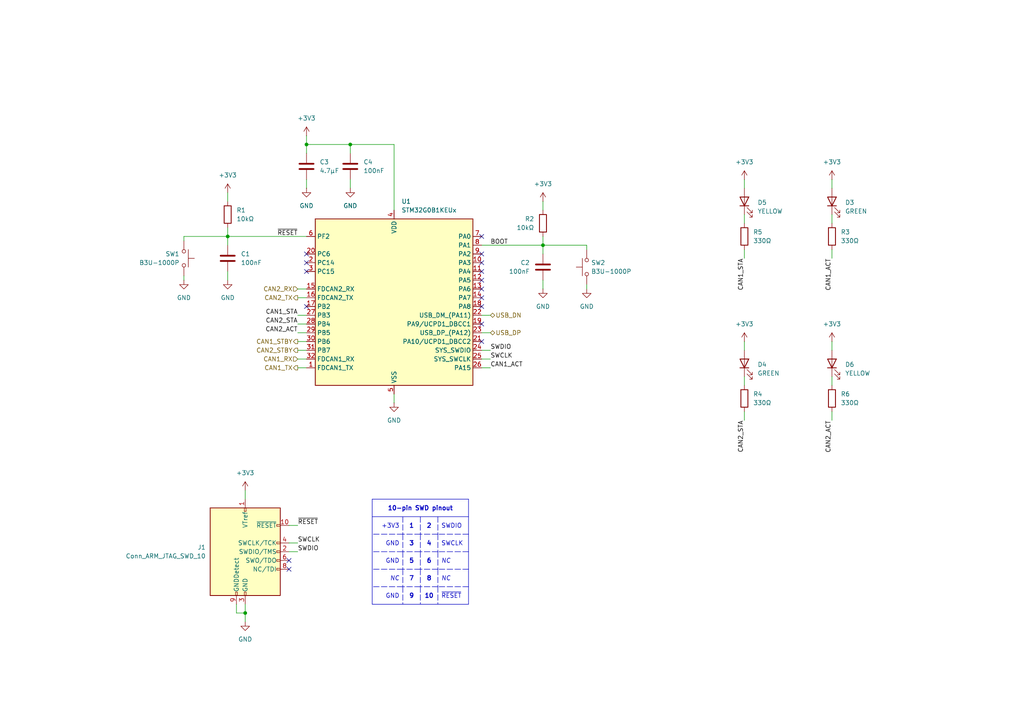
<source format=kicad_sch>
(kicad_sch (version 20250114) (generator "eeschema") (generator_version "9.0")
  (paper "A4")
  (title_block (title "ubiquitous-waddle") (date "2025-10-12") (rev "v1") (company "leonwip <leonwip@proton.me>") (comment 1 "CERN-OHL-P-2.0"))
  (lib_symbols
    (symbol "Connector:Conn_ARM_JTAG_SWD_10" (pin_names (offset 1.016))
      (property "Reference" "J" (at -2.54 16.51 0))
      (property "Value" "Conn_ARM_JTAG_SWD_10" (at -2.54 13.97 0))
      (symbol "Conn_ARM_JTAG_SWD_10_0_1"
        (rectangle (start -10.16 12.7) (end 10.16 -12.7) (stroke (width 0.254)) (fill (type background)))
        (rectangle (start -2.794 -12.7) (end -2.286 -11.684))
        (rectangle (start -0.254 12.7) (end 0.254 11.684))
        (rectangle (start -0.254 -12.7) (end 0.254 -11.684))
        (rectangle (start 9.144 2.286) (end 10.16 2.794))
        (rectangle (start 10.16 7.874) (end 9.144 7.366))
        (rectangle (start 10.16 -0.254) (end 9.144 0.254))
        (rectangle (start 10.16 -2.794) (end 9.144 -2.286))
      )
      (symbol "Conn_ARM_JTAG_SWD_10_1_1"
        (rectangle (start 9.144 -5.334) (end 10.16 -4.826))
        (pin no_connect line (at -10.16 0 0) (length 2.54) (hide yes) (name "KEY") (number "7"))
        (pin passive line (at -2.54 -15.24 90) (length 2.54) (name "GNDDetect") (number "9"))
        (pin power_in line (at 0 15.24 270) (length 2.54) (name "VTref") (number "1"))
        (pin power_in line (at 0 -15.24 90) (length 2.54) (name "GND") (number "3"))
        (pin passive line (at 0 -15.24 90) (length 2.54) (hide yes) (name "GND") (number "5"))
        (pin open_collector line (at 12.7 7.62 180) (length 2.54) (name "~{RESET}") (number "10"))
        (pin output line (at 12.7 2.54 180) (length 2.54) (name "SWCLK/TCK") (number "4"))
        (pin bidirectional line (at 12.7 0 180) (length 2.54) (name "SWDIO/TMS") (number "2"))
        (pin input line (at 12.7 -2.54 180) (length 2.54) (name "SWO/TDO") (number "6"))
        (pin output line (at 12.7 -5.08 180) (length 2.54) (name "NC/TDI") (number "8"))
      )
    )
    (symbol "Device:C" (pin_numbers (hide yes)) (pin_names (offset 0.254))
      (property "Reference" "C" (at 0.635 2.54 0))
      (property "Value" "C" (at 0.635 -2.54 0))
      (symbol "C_0_1"
        (polyline (pts (xy -2.032 0.762) (xy 2.032 0.762)) (stroke (width 0.508)))
        (polyline (pts (xy -2.032 -0.762) (xy 2.032 -0.762)) (stroke (width 0.508)))
      )
      (symbol "C_1_1"
        (pin passive line (at 0 3.81 270) (length 2.794) (name "~") (number "1"))
        (pin passive line (at 0 -3.81 90) (length 2.794) (name "~") (number "2"))
      )
    )
    (symbol "Device:LED" (pin_numbers (hide yes)) (pin_names (offset 1.016) (hide yes))
      (property "Reference" "D" (at 0 2.54 0))
      (property "Value" "LED" (at 0 -2.54 0))
      (symbol "LED_0_1"
        (polyline (pts (xy -3.048 -0.762) (xy -4.572 -2.286) (xy -3.81 -2.286) (xy -4.572 -2.286) (xy -4.572 -1.524)))
        (polyline (pts (xy -1.778 -0.762) (xy -3.302 -2.286) (xy -2.54 -2.286) (xy -3.302 -2.286) (xy -3.302 -1.524)))
        (polyline (pts (xy -1.27 0) (xy 1.27 0)))
        (polyline (pts (xy -1.27 -1.27) (xy -1.27 1.27)) (stroke (width 0.254)))
        (polyline (pts (xy 1.27 -1.27) (xy 1.27 1.27) (xy -1.27 0) (xy 1.27 -1.27)) (stroke (width 0.254)))
      )
      (symbol "LED_1_1"
        (pin passive line (at -3.81 0 0) (length 2.54) (name "K") (number "1"))
        (pin passive line (at 3.81 0 180) (length 2.54) (name "A") (number "2"))
      )
    )
    (symbol "Device:R" (pin_numbers (hide yes)) (pin_names (offset 0))
      (property "Reference" "R" (at 2.032 0 90))
      (property "Value" "R" (at 0 0 90))
      (symbol "R_0_1"
        (rectangle (start -1.016 -2.54) (end 1.016 2.54) (stroke (width 0.254)))
      )
      (symbol "R_1_1"
        (pin passive line (at 0 3.81 270) (length 1.27) (name "~") (number "1"))
        (pin passive line (at 0 -3.81 90) (length 1.27) (name "~") (number "2"))
      )
    )
    (symbol "MCU_ST_STM32G0:STM32G0B1KEUx"
      (property "Reference" "U" (at -22.86 26.67 0))
      (property "Value" "STM32G0B1KEUx" (at 2.54 26.67 0))
      (symbol "STM32G0B1KEUx_0_1"
        (rectangle (start -22.86 -22.86) (end 22.86 25.4) (stroke (width 0.254)) (fill (type background)))
      )
      (symbol "STM32G0B1KEUx_1_1"
        (pin bidirectional line (at -25.4 20.32 0) (length 2.54) (name "PF2") (number "6"))
        (pin bidirectional line (at -25.4 15.24 0) (length 2.54) (name "PC6") (number "20"))
        (pin bidirectional line (at -25.4 12.7 0) (length 2.54) (name "PC14") (number "2"))
        (pin bidirectional line (at -25.4 10.16 0) (length 2.54) (name "PC15") (number "3"))
        (pin bidirectional line (at -25.4 5.08 0) (length 2.54) (name "PB0") (number "15") (alternate "FDCAN2_RX" bidirectional line))
        (pin bidirectional line (at -25.4 2.54 0) (length 2.54) (name "PB1") (number "16") (alternate "FDCAN2_TX" bidirectional line))
        (pin bidirectional line (at -25.4 0 0) (length 2.54) (name "PB2") (number "17"))
        (pin bidirectional line (at -25.4 -2.54 0) (length 2.54) (name "PB3") (number "27"))
        (pin bidirectional line (at -25.4 -5.08 0) (length 2.54) (name "PB4") (number "28"))
        (pin bidirectional line (at -25.4 -7.62 0) (length 2.54) (name "PB5") (number "29") (alternate "FDCAN2_RX" bidirectional line))
        (pin bidirectional line (at -25.4 -10.16 0) (length 2.54) (name "PB6") (number "30") (alternate "FDCAN2_TX" bidirectional line))
        (pin bidirectional line (at -25.4 -12.7 0) (length 2.54) (name "PB7") (number "31"))
        (pin bidirectional line (at -25.4 -15.24 0) (length 2.54) (name "PB8") (number "32") (alternate "FDCAN1_RX" bidirectional line))
        (pin bidirectional line (at -25.4 -17.78 0) (length 2.54) (name "PB9") (number "1") (alternate "FDCAN1_TX" bidirectional line))
        (pin power_in line (at 0 27.94 270) (length 2.54) (name "VDD") (number "4"))
        (pin passive line (at 0 -25.4 90) (length 2.54) (hide yes) (name "VSS") (number "33"))
        (pin power_in line (at 0 -25.4 90) (length 2.54) (name "VSS") (number "5"))
        (pin bidirectional line (at 25.4 20.32 180) (length 2.54) (name "PA0") (number "7"))
        (pin bidirectional line (at 25.4 17.78 180) (length 2.54) (name "PA1") (number "8"))
        (pin bidirectional line (at 25.4 15.24 180) (length 2.54) (name "PA2") (number "9"))
        (pin bidirectional line (at 25.4 12.7 180) (length 2.54) (name "PA3") (number "10"))
        (pin bidirectional line (at 25.4 10.16 180) (length 2.54) (name "PA4") (number "11"))
        (pin bidirectional line (at 25.4 7.62 180) (length 2.54) (name "PA5") (number "12"))
        (pin bidirectional line (at 25.4 5.08 180) (length 2.54) (name "PA6") (number "13"))
        (pin bidirectional line (at 25.4 2.54 180) (length 2.54) (name "PA7") (number "14"))
        (pin bidirectional line (at 25.4 0 180) (length 2.54) (name "PA8") (number "18"))
        (pin bidirectional line (at 25.4 -2.54 180) (length 2.54) (name "PA9/PA11") (number "22") (alternate "USB_DM (PA11)" bidirectional line))
        (pin bidirectional line (at 25.4 -5.08 180) (length 2.54) (name "PA9/UCPD1_DBCC1") (number "19"))
        (pin bidirectional line (at 25.4 -7.62 180) (length 2.54) (name "PA10/PA12") (number "23") (alternate "USB_DP (PA12)" bidirectional line))
        (pin bidirectional line (at 25.4 -10.16 180) (length 2.54) (name "PA10/UCPD1_DBCC2") (number "21"))
        (pin bidirectional line (at 25.4 -12.7 180) (length 2.54) (name "PA13") (number "24") (alternate "SYS_SWDIO" bidirectional line))
        (pin bidirectional line (at 25.4 -15.24 180) (length 2.54) (name "PA14") (number "25") (alternate "SYS_SWCLK" bidirectional line))
        (pin bidirectional line (at 25.4 -17.78 180) (length 2.54) (name "PA15") (number "26"))
      )
    )
    (symbol "Switch:SW_Push" (pin_numbers (hide yes)) (pin_names (offset 1.016) (hide yes))
      (property "Reference" "SW" (at 1.27 2.54 0))
      (property "Value" "SW_Push" (at 0 -1.524 0))
      (symbol "SW_Push_0_1"
        (circle (center -2.032 0) (radius 0.508))
        (polyline (pts (xy 0 1.27) (xy 0 3.048)))
        (circle (center 2.032 0) (radius 0.508))
        (polyline (pts (xy 2.54 1.27) (xy -2.54 1.27)))
        (pin passive line (at -5.08 0 0) (length 2.54) (name "1") (number "1"))
        (pin passive line (at 5.08 0 180) (length 2.54) (name "2") (number "2"))
      )
    )
    (symbol "power:+3V3" (power) (pin_numbers (hide yes)) (pin_names (offset 0) (hide yes))
      (property "Value" "+3V3" (at 0 3.556 0))
      (symbol "+3V3_0_1"
        (polyline (pts (xy -0.762 1.27) (xy 0 2.54)))
        (polyline (pts (xy 0 2.54) (xy 0.762 1.27)))
        (polyline (pts (xy 0 0) (xy 0 2.54)))
      )
      (symbol "+3V3_1_1"
        (pin power_in line (at 0 0 90) (length 0) (name "~") (number "1"))
      )
    )
    (symbol "power:GND" (power) (pin_numbers (hide yes)) (pin_names (offset 0) (hide yes))
      (property "Value" "GND" (at 0 -3.81 0))
      (symbol "GND_0_1"
        (polyline (pts (xy 0 0) (xy 0 -1.27) (xy 1.27 -1.27) (xy 0 -2.54) (xy -1.27 -1.27) (xy 0 -1.27)))
      )
      (symbol "GND_1_1"
        (pin power_in line (at 0 0 270) (length 0) (name "~") (number "1"))
      )
    )
  )
  (junction (at 101.6 41.91))
  (junction (at 88.9 41.91))
  (junction (at 157.48 71.12))
  (junction (at 66.04 68.58))
  (junction (at 71.12 177.8))
  (no_connect (at 139.7 73.66))
  (no_connect (at 139.7 86.36))
  (no_connect (at 139.7 99.06))
  (no_connect (at 139.7 81.28))
  (no_connect (at 139.7 76.2))
  (no_connect (at 83.82 165.1))
  (no_connect (at 88.9 73.66))
  (no_connect (at 139.7 68.58))
  (no_connect (at 83.82 162.56))
  (no_connect (at 88.9 78.74))
  (no_connect (at 139.7 78.74))
  (no_connect (at 139.7 88.9))
  (no_connect (at 139.7 93.98))
  (no_connect (at 88.9 88.9))
  (no_connect (at 88.9 76.2))
  (no_connect (at 139.7 83.82))
  (wire (pts (xy 139.7 101.6) (xy 142.24 101.6)))
  (wire (pts (xy 142.24 106.68) (xy 139.7 106.68)))
  (wire (pts (xy 83.82 157.48) (xy 86.36 157.48)))
  (wire (pts (xy 114.3 114.3) (xy 114.3 116.84)))
  (wire (pts (xy 86.36 91.44) (xy 88.9 91.44)))
  (wire (pts (xy 139.7 104.14) (xy 142.24 104.14)))
  (wire (pts (xy 53.34 69.85) (xy 53.34 68.58)))
  (wire (pts (xy 241.3 52.07) (xy 241.3 54.61)))
  (wire (pts (xy 157.48 81.28) (xy 157.48 83.82)))
  (wire (pts (xy 101.6 52.07) (xy 101.6 54.61)))
  (wire (pts (xy 83.82 152.4) (xy 86.36 152.4)))
  (wire (pts (xy 86.36 93.98) (xy 88.9 93.98)))
  (wire (pts (xy 139.7 91.44) (xy 142.24 91.44)))
  (wire (pts (xy 88.9 39.37) (xy 88.9 41.91)))
  (wire (pts (xy 66.04 68.58) (xy 88.9 68.58)))
  (wire (pts (xy 170.18 71.12) (xy 157.48 71.12)))
  (wire (pts (xy 114.3 41.91) (xy 114.3 60.96)))
  (wire (pts (xy 241.3 62.23) (xy 241.3 64.77)))
  (wire (pts (xy 139.7 71.12) (xy 157.48 71.12)))
  (wire (pts (xy 71.12 177.8) (xy 68.58 177.8)))
  (wire (pts (xy 86.36 104.14) (xy 88.9 104.14)))
  (wire (pts (xy 71.12 175.26) (xy 71.12 177.8)))
  (wire (pts (xy 241.3 72.39) (xy 241.3 74.93)))
  (wire (pts (xy 53.34 68.58) (xy 66.04 68.58)))
  (wire (pts (xy 86.36 96.52) (xy 88.9 96.52)))
  (wire (pts (xy 88.9 52.07) (xy 88.9 54.61)))
  (wire (pts (xy 157.48 68.58) (xy 157.48 71.12)))
  (wire (pts (xy 215.9 72.39) (xy 215.9 74.93)))
  (wire (pts (xy 101.6 41.91) (xy 101.6 44.45)))
  (wire (pts (xy 66.04 78.74) (xy 66.04 81.28)))
  (wire (pts (xy 86.36 101.6) (xy 88.9 101.6)))
  (wire (pts (xy 215.9 99.06) (xy 215.9 101.6)))
  (wire (pts (xy 71.12 142.24) (xy 71.12 144.78)))
  (wire (pts (xy 68.58 177.8) (xy 68.58 175.26)))
  (wire (pts (xy 101.6 41.91) (xy 114.3 41.91)))
  (wire (pts (xy 66.04 55.88) (xy 66.04 58.42)))
  (wire (pts (xy 170.18 72.39) (xy 170.18 71.12)))
  (wire (pts (xy 241.3 119.38) (xy 241.3 121.92)))
  (wire (pts (xy 86.36 99.06) (xy 88.9 99.06)))
  (wire (pts (xy 241.3 99.06) (xy 241.3 101.6)))
  (wire (pts (xy 215.9 119.38) (xy 215.9 121.92)))
  (wire (pts (xy 86.36 106.68) (xy 88.9 106.68)))
  (wire (pts (xy 66.04 66.04) (xy 66.04 68.58)))
  (wire (pts (xy 215.9 52.07) (xy 215.9 54.61)))
  (wire (pts (xy 66.04 71.12) (xy 66.04 68.58)))
  (wire (pts (xy 170.18 82.55) (xy 170.18 83.82)))
  (wire (pts (xy 241.3 109.22) (xy 241.3 111.76)))
  (wire (pts (xy 83.82 160.02) (xy 86.36 160.02)))
  (wire (pts (xy 71.12 180.34) (xy 71.12 177.8)))
  (wire (pts (xy 215.9 62.23) (xy 215.9 64.77)))
  (wire (pts (xy 215.9 109.22) (xy 215.9 111.76)))
  (wire (pts (xy 88.9 44.45) (xy 88.9 41.91)))
  (wire (pts (xy 86.36 83.82) (xy 88.9 83.82)))
  (wire (pts (xy 86.36 86.36) (xy 88.9 86.36)))
  (wire (pts (xy 88.9 41.91) (xy 101.6 41.91)))
  (wire (pts (xy 157.48 73.66) (xy 157.48 71.12)))
  (wire (pts (xy 53.34 80.01) (xy 53.34 81.28)))
  (wire (pts (xy 157.48 58.42) (xy 157.48 60.96)))
  (wire (pts (xy 139.7 96.52) (xy 142.24 96.52)))
  (table (column_count 4) (border (external yes) (header yes)) (separators (rows yes) (cols yes) (stroke (width 0) (type dash))) (column_widths 8.89 5.08 5.08 8.89) (row_heights 5.08 5.08 5.08 5.08 5.08 5.08) (cells (table_cell "10-pin SWD pinout" (at 107.95 144.78 0) (size 27.94 5.08) (margins 0.9525 0.9525 0.9525 0.9525) (span 4 1)) (table_cell "rgb(132, 132, 132)" (at 116.84 144.78 0) (size 5.08 5.08) (margins 0.9525 0.9525 0.9525 0.9525) (span 0 0)) (table_cell "rgb(132, 132, 132)" (at 121.92 144.78 0) (size 5.08 5.08) (margins 0.9525 0.9525 0.9525 0.9525) (span 0 0)) (table_cell "rgb(132, 132, 132)" (at 127 144.78 0) (size 8.89 5.08) (margins 0.9525 0.9525 0.9525 0.9525) (span 0 0)) (table_cell "+3V3" (at 107.95 149.86 0) (size 8.89 5.08) (margins 0.9525 0.9525 0.9525 0.9525) (span 1 1)) (table_cell "1" (at 116.84 149.86 0) (size 5.08 5.08) (margins 0.9525 0.9525 0.9525 0.9525) (span 1 1)) (table_cell "2" (at 121.92 149.86 0) (size 5.08 5.08) (margins 0.9525 0.9525 0.9525 0.9525) (span 1 1)) (table_cell "SWDIO" (at 127 149.86 0) (size 8.89 5.08) (margins 0.9525 0.9525 0.9525 0.9525) (span 1 1)) (table_cell "GND" (at 107.95 154.94 0) (size 8.89 5.08) (margins 0.9525 0.9525 0.9525 0.9525) (span 1 1)) (table_cell "3" (at 116.84 154.94 0) (size 5.08 5.08) (margins 0.9525 0.9525 0.9525 0.9525) (span 1 1)) (table_cell "4" (at 121.92 154.94 0) (size 5.08 5.08) (margins 0.9525 0.9525 0.9525 0.9525) (span 1 1)) (table_cell "SWCLK" (at 127 154.94 0) (size 8.89 5.08) (margins 0.9525 0.9525 0.9525 0.9525) (span 1 1)) (table_cell "GND" (at 107.95 160.02 0) (size 8.89 5.08) (margins 0.9525 0.9525 0.9525 0.9525) (span 1 1)) (table_cell "5" (at 116.84 160.02 0) (size 5.08 5.08) (margins 0.9525 0.9525 0.9525 0.9525) (span 1 1)) (table_cell "6" (at 121.92 160.02 0) (size 5.08 5.08) (margins 0.9525 0.9525 0.9525 0.9525) (span 1 1)) (table_cell "NC" (at 127 160.02 0) (size 8.89 5.08) (margins 0.9525 0.9525 0.9525 0.9525) (span 1 1)) (table_cell "NC" (at 107.95 165.1 0) (size 8.89 5.08) (margins 0.9525 0.9525 0.9525 0.9525) (span 1 1)) (table_cell "7" (at 116.84 165.1 0) (size 5.08 5.08) (margins 0.9525 0.9525 0.9525 0.9525) (span 1 1)) (table_cell "8" (at 121.92 165.1 0) (size 5.08 5.08) (margins 0.9525 0.9525 0.9525 0.9525) (span 1 1)) (table_cell "NC" (at 127 165.1 0) (size 8.89 5.08) (margins 0.9525 0.9525 0.9525 0.9525) (span 1 1)) (table_cell "GND" (at 107.95 170.18 0) (size 8.89 5.08) (margins 0.9525 0.9525 0.9525 0.9525) (span 1 1)) (table_cell "9" (at 116.84 170.18 0) (size 5.08 5.08) (margins 0.9525 0.9525 0.9525 0.9525) (span 1 1)) (table_cell "10" (at 121.92 170.18 0) (size 5.08 5.08) (margins 0.9525 0.9525 0.9525 0.9525) (span 1 1)) (table_cell "~{RESET}" (at 127 170.18 0) (size 8.89 5.08) (margins 0.9525 0.9525 0.9525 0.9525) (span 1 1))))
  (label "SWDIO" (at 142.24 101.6 0))
  (label "SWDIO" (at 86.36 160.02 0))
  (label "BOOT" (at 142.24 71.12 0))
  (label "~{RESET}" (at 86.36 152.4 0))
  (label "~{RESET}" (at 86.36 68.58 180))
  (label "CAN2_STA" (at 215.9 121.92 270))
  (label "CAN2_ACT" (at 241.3 121.92 270))
  (label "CAN1_ACT" (at 142.24 106.68 0))
  (label "CAN2_ACT" (at 86.36 96.52 180))
  (label "SWCLK" (at 86.36 157.48 0))
  (label "CAN1_STA" (at 86.36 91.44 180))
  (label "CAN1_STA" (at 215.9 74.93 270))
  (label "SWCLK" (at 142.24 104.14 0))
  (label "CAN1_ACT" (at 241.3 74.93 270))
  (label "CAN2_STA" (at 86.36 93.98 180))
  (hierarchical_label "CAN2_STBY" (shape output) (at 86.36 101.6 180))
  (hierarchical_label "CAN1_TX" (shape output) (at 86.36 106.68 180))
  (hierarchical_label "CAN1_RX" (shape input) (at 86.36 104.14 180))
  (hierarchical_label "CAN2_RX" (shape input) (at 86.36 83.82 180))
  (hierarchical_label "CAN2_TX" (shape output) (at 86.36 86.36 180))
  (hierarchical_label "CAN1_STBY" (shape output) (at 86.36 99.06 180))
  (hierarchical_label "USB_DP" (shape bidirectional) (at 142.24 96.52 0))
  (hierarchical_label "USB_DN" (shape bidirectional) (at 142.24 91.44 0))
  (symbol (lib_id "power:GND") (at 71.12 180.34 0) (unit 1)
    (property "Reference" "#PWR015" (effects (hide yes)))
    (property "Value" "GND" (at 71.12 185.42 0))
    (property "Description" "Power symbol creates a global label with name \"GND\" , ground" (effects (hide yes)))
  )
  (symbol (lib_id "power:GND") (at 66.04 81.28 0) (unit 1)
    (property "Reference" "#PWR07" (effects (hide yes)))
    (property "Value" "GND" (at 66.04 86.36 0))
    (property "Description" "Power symbol creates a global label with name \"GND\" , ground" (effects (hide yes)))
  )
  (symbol (lib_id "Device:C") (at 157.48 77.47 0) (mirror y) (unit 1)
    (property "Reference" "C2" (at 153.67 76.1999 0) (effects (justify left)))
    (property "Value" "100nF" (at 153.67 78.7399 0) (effects (justify left)))
    (property "Footprint" "Capacitor_SMD:C_0402_1005Metric" (effects (hide yes)))
    (property "Description" "Unpolarized capacitor" (effects (hide yes)))
    (property "Mfr." "Murata Electronics" (effects (hide yes)))
    (property "Mfr. No" "GRM155R71A104KA01D" (effects (hide yes)))
    (property "Mouser No" "81-GRM155R71A104KA1D" (effects (hide yes)))
  )
  (symbol (lib_id "power:GND") (at 170.18 83.82 0) (mirror y) (unit 1)
    (property "Reference" "#PWR05" (effects (hide yes)))
    (property "Value" "GND" (at 170.18 88.9 0))
    (property "Description" "Power symbol creates a global label with name \"GND\" , ground" (effects (hide yes)))
  )
  (symbol (lib_id "power:+3V3") (at 71.12 142.24 0) (unit 1)
    (property "Reference" "#PWR014" (effects (hide yes)))
    (property "Value" "+3V3" (at 71.12 137.16 0))
    (property "Description" "Power symbol creates a global label with name \"+3V3\"" (effects (hide yes)))
  )
  (symbol (lib_id "power:GND") (at 53.34 81.28 0) (unit 1)
    (property "Reference" "#PWR04" (effects (hide yes)))
    (property "Value" "GND" (at 53.34 86.36 0))
    (property "Description" "Power symbol creates a global label with name \"GND\" , ground" (effects (hide yes)))
  )
  (symbol (lib_id "MCU_ST_STM32G0:STM32G0B1KEUx") (at 114.3 88.9 0) (unit 1)
    (property "Reference" "U1" (at 116.4433 58.42 0) (effects (justify left)))
    (property "Value" "STM32G0B1KEUx" (at 116.4433 60.96 0) (effects (justify left)))
    (property "Footprint" "Package_DFN_QFN:QFN-32-1EP_5x5mm_P0.5mm_EP3.45x3.45mm_ThermalVias" (effects (hide yes)))
    (property "Description" "STMicroelectronics Arm Cortex-M0+ MCU, 512KB flash, 144KB RAM, 64 MHz, 1.7-3.6V, 30 GPIO, UFQFPN32" (effects (hide yes)))
    (property "Mouser No" "511-STM32G0B1KEU6" (effects (hide yes)))
    (property "Mfr. No" "STM32G0B1KEU6" (effects (hide yes)))
    (property "Mfr." "STMicroelectronics" (effects (hide yes)))
    (pin "32" (alternate "FDCAN1_RX"))
    (pin "22" (alternate "USB_DM (PA11)"))
    (pin "24" (alternate "SYS_SWDIO"))
    (pin "16" (alternate "FDCAN2_TX"))
    (pin "1" (alternate "FDCAN1_TX"))
    (pin "23" (alternate "USB_DP (PA12)"))
    (pin "25" (alternate "SYS_SWCLK"))
    (pin "15" (alternate "FDCAN2_RX"))
  )
  (symbol (lib_id "Device:LED") (at 215.9 58.42 90) (unit 1)
    (property "Reference" "D5" (at 219.71 58.7374 90) (effects (justify right)))
    (property "Value" "YELLOW" (at 219.71 61.2774 90) (effects (justify right)))
    (property "Footprint" "LED_SMD:LED_0402_1005Metric" (effects (hide yes)))
    (property "Description" "Light emitting diode" (effects (hide yes)))
    (property "Sim.Pins" "1=K 2=A" (effects (hide yes)))
    (property "Mouser No" "710-150040YS73220" (effects (hide yes)))
    (property "Mfr. No" "150040YS73220" (effects (hide yes)))
    (property "Mfr." "Wurth Elektronik" (effects (hide yes)))
  )
  (symbol (lib_id "power:+3V3") (at 66.04 55.88 0) (unit 1)
    (property "Reference" "#PWR06" (effects (hide yes)))
    (property "Value" "+3V3" (at 66.04 50.8 0))
    (property "Description" "Power symbol creates a global label with name \"+3V3\"" (effects (hide yes)))
  )
  (symbol (lib_id "Device:C") (at 101.6 48.26 0) (unit 1)
    (property "Reference" "C4" (at 105.41 46.9899 0) (effects (justify left)))
    (property "Value" "100nF" (at 105.41 49.5299 0) (effects (justify left)))
    (property "Footprint" "Capacitor_SMD:C_0402_1005Metric" (effects (hide yes)))
    (property "Description" "Unpolarized capacitor" (effects (hide yes)))
    (property "Mfr." "Murata Electronics" (effects (hide yes)))
    (property "Mfr. No" "GRM155R71A104KA01D" (effects (hide yes)))
    (property "Mouser No" "81-GRM155R71A104KA1D" (effects (hide yes)))
  )
  (symbol (lib_id "power:+3V3") (at 88.9 39.37 0) (unit 1)
    (property "Reference" "#PWR010" (effects (hide yes)))
    (property "Value" "+3V3" (at 88.9 34.29 0))
    (property "Description" "Power symbol creates a global label with name \"+3V3\"" (effects (hide yes)))
  )
  (symbol (lib_id "Device:LED") (at 241.3 105.41 90) (unit 1)
    (property "Reference" "D6" (at 245.11 105.7274 90) (effects (justify right)))
    (property "Value" "YELLOW" (at 245.11 108.2674 90) (effects (justify right)))
    (property "Footprint" "LED_SMD:LED_0402_1005Metric" (effects (hide yes)))
    (property "Description" "Light emitting diode" (effects (hide yes)))
    (property "Sim.Pins" "1=K 2=A" (effects (hide yes)))
    (property "Mouser No" "710-150040YS73220" (effects (hide yes)))
    (property "Mfr. No" "150040YS73220" (effects (hide yes)))
    (property "Mfr." "Wurth Elektronik" (effects (hide yes)))
  )
  (symbol (lib_id "power:GND") (at 157.48 83.82 0) (mirror y) (unit 1)
    (property "Reference" "#PWR09" (effects (hide yes)))
    (property "Value" "GND" (at 157.48 88.9 0))
    (property "Description" "Power symbol creates a global label with name \"GND\" , ground" (effects (hide yes)))
  )
  (symbol (lib_id "Device:R") (at 215.9 68.58 0) (unit 1)
    (property "Reference" "R5" (at 218.44 67.3099 0) (effects (justify left)))
    (property "Value" "330Ω" (at 218.44 69.8499 0) (effects (justify left)))
    (property "Footprint" "Resistor_SMD:R_0402_1005Metric" (effects (hide yes)))
    (property "Description" "Resistor" (effects (hide yes)))
    (property "Mouser No" "71-CRCW0402330RJNEDC" (effects (hide yes)))
    (property "Mfr. No" "CRCW0402330RJNEDC" (effects (hide yes)))
    (property "Mfr." "Vishay" (effects (hide yes)))
  )
  (symbol (lib_id "Device:R") (at 66.04 62.23 0) (unit 1)
    (property "Reference" "R1" (at 68.58 60.9599 0) (effects (justify left)))
    (property "Value" "10kΩ" (at 68.58 63.4999 0) (effects (justify left)))
    (property "Footprint" "Resistor_SMD:R_0402_1005Metric" (effects (hide yes)))
    (property "Description" "Resistor" (effects (hide yes)))
    (property "Mouser No" "603-RC0402FR-0710KL" (effects (hide yes)))
    (property "Mfr. No" "RC0402FR-0710KL" (effects (hide yes)))
    (property "Mfr." "YAGEO" (effects (hide yes)))
  )
  (symbol (lib_id "Device:R") (at 241.3 115.57 0) (unit 1)
    (property "Reference" "R6" (at 243.84 114.2999 0) (effects (justify left)))
    (property "Value" "330Ω" (at 243.84 116.8399 0) (effects (justify left)))
    (property "Footprint" "Resistor_SMD:R_0402_1005Metric" (effects (hide yes)))
    (property "Description" "Resistor" (effects (hide yes)))
    (property "Mouser No" "71-CRCW0402330RJNEDC" (effects (hide yes)))
    (property "Mfr. No" "CRCW0402330RJNEDC" (effects (hide yes)))
    (property "Mfr." "Vishay" (effects (hide yes)))
  )
  (symbol (lib_id "power:GND") (at 114.3 116.84 0) (unit 1)
    (property "Reference" "#PWR013" (effects (hide yes)))
    (property "Value" "GND" (at 114.3 121.92 0))
    (property "Description" "Power symbol creates a global label with name \"GND\" , ground" (effects (hide yes)))
  )
  (symbol (lib_id "Device:LED") (at 241.3 58.42 90) (unit 1)
    (property "Reference" "D3" (at 245.11 58.7374 90) (effects (justify right)))
    (property "Value" "GREEN" (at 245.11 61.2774 90) (effects (justify right)))
    (property "Footprint" "LED_SMD:LED_0402_1005Metric" (effects (hide yes)))
    (property "Description" "Light emitting diode" (effects (hide yes)))
    (property "Sim.Pins" "1=K 2=A" (effects (hide yes)))
    (property "Mouser No" "710-150040GS73220" (effects (hide yes)))
    (property "Mfr. No" "150040GS73220" (effects (hide yes)))
    (property "Mfr." "Wurth Elektronik" (effects (hide yes)))
  )
  (symbol (lib_id "Device:R") (at 215.9 115.57 0) (unit 1)
    (property "Reference" "R4" (at 218.44 114.2999 0) (effects (justify left)))
    (property "Value" "330Ω" (at 218.44 116.8399 0) (effects (justify left)))
    (property "Footprint" "Resistor_SMD:R_0402_1005Metric" (effects (hide yes)))
    (property "Description" "Resistor" (effects (hide yes)))
    (property "Mouser No" "71-CRCW0402330RJNEDC" (effects (hide yes)))
    (property "Mfr. No" "CRCW0402330RJNEDC" (effects (hide yes)))
    (property "Mfr." "Vishay" (effects (hide yes)))
  )
  (symbol (lib_id "power:+3V3") (at 157.48 58.42 0) (mirror y) (unit 1)
    (property "Reference" "#PWR08" (effects (hide yes)))
    (property "Value" "+3V3" (at 157.48 53.34 0))
    (property "Description" "Power symbol creates a global label with name \"+3V3\"" (effects (hide yes)))
  )
  (symbol (lib_id "power:GND") (at 88.9 54.61 0) (unit 1)
    (property "Reference" "#PWR011" (effects (hide yes)))
    (property "Value" "GND" (at 88.9 59.69 0))
    (property "Description" "Power symbol creates a global label with name \"GND\" , ground" (effects (hide yes)))
  )
  (symbol (lib_id "Device:R") (at 241.3 68.58 0) (unit 1)
    (property "Reference" "R3" (at 243.84 67.3099 0) (effects (justify left)))
    (property "Value" "330Ω" (at 243.84 69.8499 0) (effects (justify left)))
    (property "Footprint" "Resistor_SMD:R_0402_1005Metric" (effects (hide yes)))
    (property "Description" "Resistor" (effects (hide yes)))
    (property "Mouser No" "71-CRCW0402330RJNEDC" (effects (hide yes)))
    (property "Mfr. No" "CRCW0402330RJNEDC" (effects (hide yes)))
    (property "Mfr." "Vishay" (effects (hide yes)))
  )
  (symbol (lib_id "power:+3V3") (at 241.3 52.07 0) (unit 1)
    (property "Reference" "#PWR030" (effects (hide yes)))
    (property "Value" "+3V3" (at 241.3 46.99 0))
    (property "Description" "Power symbol creates a global label with name \"+3V3\"" (effects (hide yes)))
  )
  (symbol (lib_id "Connector:Conn_ARM_JTAG_SWD_10") (at 71.12 160.02 0) (unit 1)
    (property "Reference" "J1" (at 59.69 158.7499 0) (effects (justify right)))
    (property "Value" "Conn_ARM_JTAG_SWD_10" (at 59.69 161.2899 0) (effects (justify right)))
    (property "Footprint" "Connector_PinHeader_1.27mm:PinHeader_2x05_P1.27mm_Vertical_SMD" (effects (hide yes)))
    (property "Description" "Cortex Debug Connector, standard ARM Cortex-M SWD and JTAG interface" (effects (hide yes)))
    (property "Mouser No" "200-FTSH10501FDVK" (effects (hide yes)))
    (property "Mfr. No" "FTSH-105-01-F-DV-K" (effects (hide yes)))
    (property "Mfr." "Samtec" (effects (hide yes)))
  )
  (symbol (lib_id "power:+3V3") (at 241.3 99.06 0) (unit 1)
    (property "Reference" "#PWR036" (effects (hide yes)))
    (property "Value" "+3V3" (at 241.3 93.98 0))
    (property "Description" "Power symbol creates a global label with name \"+3V3\"" (effects (hide yes)))
  )
  (symbol (lib_id "Device:C") (at 88.9 48.26 0) (unit 1)
    (property "Reference" "C3" (at 92.71 46.9899 0) (effects (justify left)))
    (property "Value" "4.7µF" (at 92.71 49.5299 0) (effects (justify left)))
    (property "Footprint" "Capacitor_SMD:C_0402_1005Metric" (effects (hide yes)))
    (property "Description" "Unpolarized capacitor" (effects (hide yes)))
    (property "Mfr." "Murata Electronics" (effects (hide yes)))
    (property "Mfr. No" "GRM155R61A475MEAAD" (effects (hide yes)))
    (property "Mouser No" "81-GRM155R61A475MEAD" (effects (hide yes)))
  )
  (symbol (lib_id "Switch:SW_Push") (at 53.34 74.93 270) (mirror x) (unit 1)
    (property "Reference" "SW1" (at 52.07 73.6599 90) (effects (justify right)))
    (property "Value" "B3U-1000P" (at 52.07 76.1999 90) (effects (justify right)))
    (property "Footprint" "Button_Switch_SMD:SW_SPST_B3U-1000P" (effects (hide yes)))
    (property "Description" "Push button switch, generic, two pins" (effects (hide yes)))
    (property "Mouser No" "653-B3U-1000P" (effects (hide yes)))
    (property "Mfr. No" "B3U-1000P" (effects (hide yes)))
    (property "Mfr." "Omron Electronics" (effects (hide yes)))
  )
  (symbol (lib_id "Device:LED") (at 215.9 105.41 90) (unit 1)
    (property "Reference" "D4" (at 219.71 105.7274 90) (effects (justify right)))
    (property "Value" "GREEN" (at 219.71 108.2674 90) (effects (justify right)))
    (property "Footprint" "LED_SMD:LED_0402_1005Metric" (effects (hide yes)))
    (property "Description" "Light emitting diode" (effects (hide yes)))
    (property "Sim.Pins" "1=K 2=A" (effects (hide yes)))
    (property "Mouser No" "710-150040GS73220" (effects (hide yes)))
    (property "Mfr. No" "150040GS73220" (effects (hide yes)))
    (property "Mfr." "Wurth Elektronik" (effects (hide yes)))
  )
  (symbol (lib_id "Switch:SW_Push") (at 170.18 77.47 90) (unit 1)
    (property "Reference" "SW2" (at 171.45 76.1999 90) (effects (justify right)))
    (property "Value" "B3U-1000P" (at 171.45 78.7399 90) (effects (justify right)))
    (property "Footprint" "Button_Switch_SMD:SW_SPST_B3U-1000P" (effects (hide yes)))
    (property "Description" "Push button switch, generic, two pins" (effects (hide yes)))
    (property "Mouser No" "653-B3U-1000P" (effects (hide yes)))
    (property "Mfr. No" "B3U-1000P" (effects (hide yes)))
    (property "Mfr." "Omron Electronics" (effects (hide yes)))
  )
  (symbol (lib_id "power:GND") (at 101.6 54.61 0) (unit 1)
    (property "Reference" "#PWR012" (effects (hide yes)))
    (property "Value" "GND" (at 101.6 59.69 0))
    (property "Description" "Power symbol creates a global label with name \"GND\" , ground" (effects (hide yes)))
  )
  (symbol (lib_id "Device:R") (at 157.48 64.77 0) (mirror y) (unit 1)
    (property "Reference" "R2" (at 154.94 63.4999 0) (effects (justify left)))
    (property "Value" "10kΩ" (at 154.94 66.0399 0) (effects (justify left)))
    (property "Footprint" "Resistor_SMD:R_0402_1005Metric" (effects (hide yes)))
    (property "Description" "Resistor" (effects (hide yes)))
    (property "Mfr." "YAGEO" (effects (hide yes)))
    (property "Mfr. No" "RC0402FR-0710KL" (effects (hide yes)))
    (property "Mouser No" "603-RC0402FR-0710KL" (effects (hide yes)))
  )
  (symbol (lib_id "power:+3V3") (at 215.9 99.06 0) (unit 1)
    (property "Reference" "#PWR032" (effects (hide yes)))
    (property "Value" "+3V3" (at 215.9 93.98 0))
    (property "Description" "Power symbol creates a global label with name \"+3V3\"" (effects (hide yes)))
  )
  (symbol (lib_id "power:+3V3") (at 215.9 52.07 0) (unit 1)
    (property "Reference" "#PWR034" (effects (hide yes)))
    (property "Value" "+3V3" (at 215.9 46.99 0))
    (property "Description" "Power symbol creates a global label with name \"+3V3\"" (effects (hide yes)))
  )
  (symbol (lib_id "Device:C") (at 66.04 74.93 0) (unit 1)
    (property "Reference" "C1" (at 69.85 73.6599 0) (effects (justify left)))
    (property "Value" "100nF" (at 69.85 76.1999 0) (effects (justify left)))
    (property "Footprint" "Capacitor_SMD:C_0402_1005Metric" (effects (hide yes)))
    (property "Description" "Unpolarized capacitor" (effects (hide yes)))
    (property "Mfr." "Murata Electronics" (effects (hide yes)))
    (property "Mfr. No" "GRM155R71A104KA01D" (effects (hide yes)))
    (property "Mouser No" "81-GRM155R71A104KA1D" (effects (hide yes)))
  )
)
</source>
